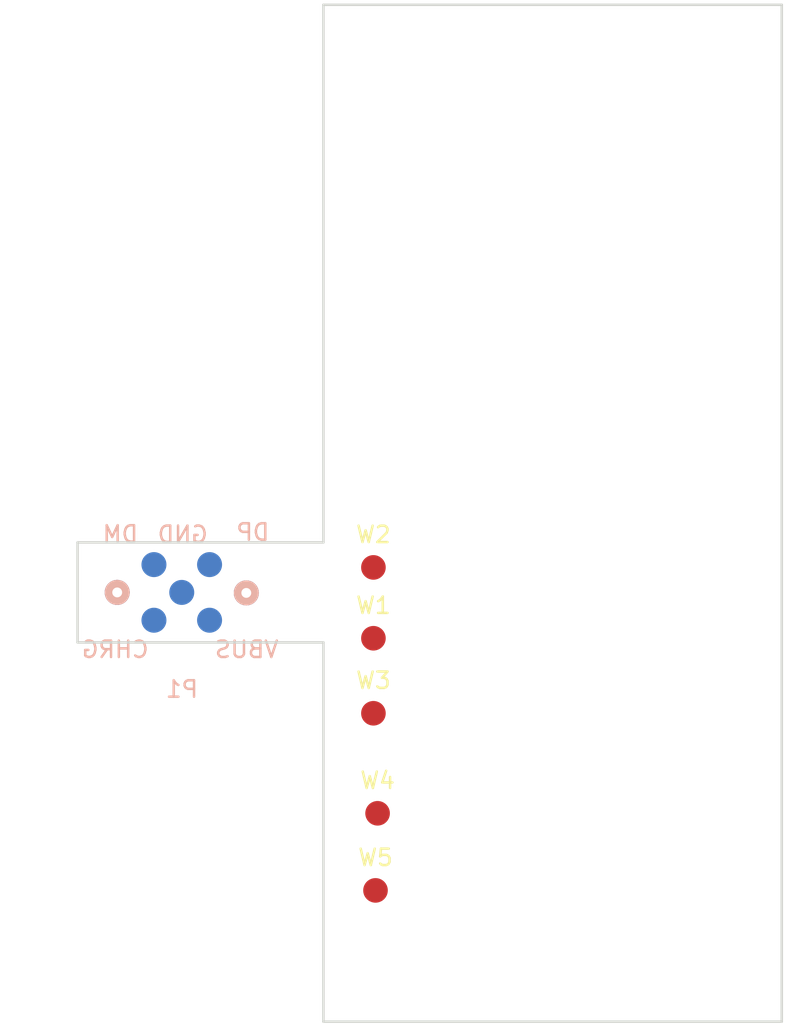
<source format=kicad_pcb>
(kicad_pcb (version 4) (host pcbnew 4.0.2-4+6225~38~ubuntu15.10.1-stable)

  (general
    (links 5)
    (no_connects 5)
    (area 0 0 0 0)
    (thickness 1.6)
    (drawings 216)
    (tracks 0)
    (zones 0)
    (modules 6)
    (nets 6)
  )

  (page A4)
  (layers
    (0 F.Cu signal)
    (31 B.Cu signal)
    (32 B.Adhes user)
    (33 F.Adhes user)
    (34 B.Paste user)
    (35 F.Paste user)
    (36 B.SilkS user)
    (37 F.SilkS user)
    (38 B.Mask user)
    (39 F.Mask user)
    (40 Dwgs.User user)
    (41 Cmts.User user)
    (42 Eco1.User user)
    (43 Eco2.User user)
    (44 Edge.Cuts user)
    (45 Margin user)
    (46 B.CrtYd user)
    (47 F.CrtYd user)
    (48 B.Fab user)
    (49 F.Fab user)
  )

  (setup
    (last_trace_width 0.25)
    (trace_clearance 0.2)
    (zone_clearance 0.508)
    (zone_45_only no)
    (trace_min 0.2)
    (segment_width 0.2)
    (edge_width 0.15)
    (via_size 0.6)
    (via_drill 0.4)
    (via_min_size 0.4)
    (via_min_drill 0.3)
    (uvia_size 0.3)
    (uvia_drill 0.1)
    (uvias_allowed no)
    (uvia_min_size 0.2)
    (uvia_min_drill 0.1)
    (pcb_text_width 0.3)
    (pcb_text_size 1.5 1.5)
    (mod_edge_width 0.15)
    (mod_text_size 1 1)
    (mod_text_width 0.15)
    (pad_size 1.524 1.524)
    (pad_drill 0.762)
    (pad_to_mask_clearance 0.2)
    (aux_axis_origin 0 0)
    (visible_elements FFFFFF7F)
    (pcbplotparams
      (layerselection 0x00030_80000001)
      (usegerberextensions false)
      (excludeedgelayer true)
      (linewidth 0.100000)
      (plotframeref false)
      (viasonmask false)
      (mode 1)
      (useauxorigin false)
      (hpglpennumber 1)
      (hpglpenspeed 20)
      (hpglpendiameter 15)
      (hpglpenoverlay 2)
      (psnegative false)
      (psa4output false)
      (plotreference true)
      (plotvalue true)
      (plotinvisibletext false)
      (padsonsilk false)
      (subtractmaskfromsilk false)
      (outputformat 1)
      (mirror false)
      (drillshape 1)
      (scaleselection 1)
      (outputdirectory ""))
  )

  (net 0 "")
  (net 1 "Net-(P1-Pad5)")
  (net 2 "Net-(P1-Pad4)")
  (net 3 "Net-(P1-Pad2)")
  (net 4 "Net-(P1-Pad3)")
  (net 5 "Net-(P1-Pad1)")

  (net_class Default "This is the default net class."
    (clearance 0.2)
    (trace_width 0.25)
    (via_dia 0.6)
    (via_drill 0.4)
    (uvia_dia 0.3)
    (uvia_drill 0.1)
    (add_net "Net-(P1-Pad1)")
    (add_net "Net-(P1-Pad2)")
    (add_net "Net-(P1-Pad3)")
    (add_net "Net-(P1-Pad4)")
    (add_net "Net-(P1-Pad5)")
  )

  (module fairphone:fp2_p5_connector (layer B.Cu) (tedit 55E7E5D4) (tstamp 57199751)
    (at 139.954 78.74)
    (path /5719958B)
    (fp_text reference P1 (at 0.01 5.9) (layer B.SilkS)
      (effects (font (size 1 1) (thickness 0.15)) (justify mirror))
    )
    (fp_text value FP2-MODULE_5-CONNECTOR (at -0.05 4.89) (layer B.Fab)
      (effects (font (size 1 1) (thickness 0.15)) (justify mirror))
    )
    (fp_text user DM (at -3.74 -3.55) (layer B.SilkS)
      (effects (font (size 1 1) (thickness 0.15)) (justify mirror))
    )
    (fp_text user DP (at 4.33 -3.67) (layer B.SilkS)
      (effects (font (size 1 1) (thickness 0.15)) (justify mirror))
    )
    (fp_text user GND (at 0.06 -3.53) (layer B.SilkS)
      (effects (font (size 1 1) (thickness 0.15)) (justify mirror))
    )
    (fp_text user CHRG (at -4.05 3.48) (layer B.SilkS)
      (effects (font (size 1 1) (thickness 0.15)) (justify mirror))
    )
    (fp_text user VBUS (at 3.96 3.48) (layer B.SilkS)
      (effects (font (size 1 1) (thickness 0.15)) (justify mirror))
    )
    (pad 5 smd oval (at -1.695 -1.695) (size 1.524 1.524) (layers B.Cu B.Paste B.Mask)
      (net 1 "Net-(P1-Pad5)"))
    (pad 4 smd oval (at 1.695 -1.695) (size 1.524 1.524) (layers B.Cu B.Paste B.Mask)
      (net 2 "Net-(P1-Pad4)"))
    (pad 2 smd oval (at -1.695 1.695) (size 1.524 1.524) (layers B.Cu B.Paste B.Mask)
      (net 3 "Net-(P1-Pad2)"))
    (pad 3 smd oval (at 0 0) (size 1.524 1.524) (layers B.Cu B.Paste B.Mask)
      (net 4 "Net-(P1-Pad3)"))
    (pad 1 smd oval (at 1.695 1.695) (size 1.524 1.524) (layers B.Cu B.Paste B.Mask)
      (net 5 "Net-(P1-Pad1)"))
    (pad "" thru_hole circle (at -3.935 0) (size 1.524 1.524) (drill 0.6) (layers *.Cu *.Mask B.SilkS))
    (pad "" thru_hole circle (at 3.935 0.03) (size 1.524 1.524) (drill 0.6) (layers *.Cu *.Mask B.SilkS))
  )

  (module Measurement_Points:Measurement_Point_Round-SMD-Pad_Small (layer F.Cu) (tedit 56C35ED0) (tstamp 57199C03)
    (at 151.638 81.534)
    (descr "Mesurement Point, Round, SMD Pad, DM 1.5mm,")
    (tags "Mesurement Point Round SMD Pad 1.5mm")
    (path /571995B8)
    (attr virtual)
    (fp_text reference W1 (at 0 -2) (layer F.SilkS)
      (effects (font (size 1 1) (thickness 0.15)))
    )
    (fp_text value VBUS (at 0 2) (layer F.Fab)
      (effects (font (size 1 1) (thickness 0.15)))
    )
    (fp_circle (center 0 0) (end 1 0) (layer F.CrtYd) (width 0.05))
    (pad 1 smd circle (at 0 0) (size 1.5 1.5) (layers F.Cu F.Mask)
      (net 5 "Net-(P1-Pad1)"))
  )

  (module Measurement_Points:Measurement_Point_Round-SMD-Pad_Small (layer F.Cu) (tedit 56C35ED0) (tstamp 57199C07)
    (at 151.638 77.216)
    (descr "Mesurement Point, Round, SMD Pad, DM 1.5mm,")
    (tags "Mesurement Point Round SMD Pad 1.5mm")
    (path /57199659)
    (attr virtual)
    (fp_text reference W2 (at 0 -2) (layer F.SilkS)
      (effects (font (size 1 1) (thickness 0.15)))
    )
    (fp_text value CHRG (at 0 2) (layer F.Fab)
      (effects (font (size 1 1) (thickness 0.15)))
    )
    (fp_circle (center 0 0) (end 1 0) (layer F.CrtYd) (width 0.05))
    (pad 1 smd circle (at 0 0) (size 1.5 1.5) (layers F.Cu F.Mask)
      (net 3 "Net-(P1-Pad2)"))
  )

  (module Measurement_Points:Measurement_Point_Round-SMD-Pad_Small (layer F.Cu) (tedit 56C35ED0) (tstamp 57199C0B)
    (at 151.638 86.106)
    (descr "Mesurement Point, Round, SMD Pad, DM 1.5mm,")
    (tags "Mesurement Point Round SMD Pad 1.5mm")
    (path /571996D9)
    (attr virtual)
    (fp_text reference W3 (at 0 -2) (layer F.SilkS)
      (effects (font (size 1 1) (thickness 0.15)))
    )
    (fp_text value GND (at 0 2) (layer F.Fab)
      (effects (font (size 1 1) (thickness 0.15)))
    )
    (fp_circle (center 0 0) (end 1 0) (layer F.CrtYd) (width 0.05))
    (pad 1 smd circle (at 0 0) (size 1.5 1.5) (layers F.Cu F.Mask)
      (net 4 "Net-(P1-Pad3)"))
  )

  (module Measurement_Points:Measurement_Point_Round-SMD-Pad_Small (layer F.Cu) (tedit 56C35ED0) (tstamp 57199C0F)
    (at 151.892 92.202)
    (descr "Mesurement Point, Round, SMD Pad, DM 1.5mm,")
    (tags "Mesurement Point Round SMD Pad 1.5mm")
    (path /57199705)
    (attr virtual)
    (fp_text reference W4 (at 0 -2) (layer F.SilkS)
      (effects (font (size 1 1) (thickness 0.15)))
    )
    (fp_text value DP (at 0 2) (layer F.Fab)
      (effects (font (size 1 1) (thickness 0.15)))
    )
    (fp_circle (center 0 0) (end 1 0) (layer F.CrtYd) (width 0.05))
    (pad 1 smd circle (at 0 0) (size 1.5 1.5) (layers F.Cu F.Mask)
      (net 2 "Net-(P1-Pad4)"))
  )

  (module Measurement_Points:Measurement_Point_Round-SMD-Pad_Small (layer F.Cu) (tedit 56C35ED0) (tstamp 57199C13)
    (at 151.765 96.901)
    (descr "Mesurement Point, Round, SMD Pad, DM 1.5mm,")
    (tags "Mesurement Point Round SMD Pad 1.5mm")
    (path /5719972E)
    (attr virtual)
    (fp_text reference W5 (at 0 -2) (layer F.SilkS)
      (effects (font (size 1 1) (thickness 0.15)))
    )
    (fp_text value DM (at 0 2) (layer F.Fab)
      (effects (font (size 1 1) (thickness 0.15)))
    )
    (fp_circle (center 0 0) (end 1 0) (layer F.CrtYd) (width 0.05))
    (pad 1 smd circle (at 0 0) (size 1.5 1.5) (layers F.Cu F.Mask)
      (net 1 "Net-(P1-Pad5)"))
  )

  (gr_line (start 133.604 75.692) (end 148.59 75.692) (angle 90) (layer Edge.Cuts) (width 0.15))
  (gr_line (start 133.604 81.788) (end 133.604 75.692) (angle 90) (layer Edge.Cuts) (width 0.15))
  (gr_line (start 148.59 81.788) (end 133.604 81.788) (angle 90) (layer Edge.Cuts) (width 0.15))
  (gr_line (start 148.59 104.902) (end 148.59 81.788) (angle 90) (layer Edge.Cuts) (width 0.15))
  (gr_line (start 176.53 104.902) (end 148.59 104.902) (angle 90) (layer Edge.Cuts) (width 0.15))
  (gr_line (start 176.53 42.926) (end 176.53 104.902) (angle 90) (layer Edge.Cuts) (width 0.15))
  (gr_line (start 148.59 42.926) (end 176.53 42.926) (angle 90) (layer Edge.Cuts) (width 0.15))
  (gr_line (start 148.59 75.692) (end 148.59 42.926) (angle 90) (layer Edge.Cuts) (width 0.15))
  (gr_line (start 143.8011 79.8436) (end 143.73831 79.8416) (layer Dwgs.User) (width 0.1))
  (gr_line (start 143.86389 79.8416) (end 143.8011 79.8436) (layer Dwgs.User) (width 0.1))
  (gr_line (start 143.92644 79.8357) (end 143.86389 79.8416) (layer Dwgs.User) (width 0.1))
  (gr_line (start 143.9885 79.8259) (end 143.92644 79.8357) (layer Dwgs.User) (width 0.1))
  (gr_line (start 144.04979 79.8122) (end 143.9885 79.8259) (layer Dwgs.User) (width 0.1))
  (gr_line (start 144.11012 79.7947) (end 144.04979 79.8122) (layer Dwgs.User) (width 0.1))
  (gr_line (start 144.16924 79.7734) (end 144.11012 79.7947) (layer Dwgs.User) (width 0.1))
  (gr_line (start 144.22688 79.7484) (end 144.16924 79.7734) (layer Dwgs.User) (width 0.1))
  (gr_line (start 144.28287 79.7199) (end 144.22688 79.7484) (layer Dwgs.User) (width 0.1))
  (gr_line (start 144.33693 79.6879) (end 144.28287 79.7199) (layer Dwgs.User) (width 0.1))
  (gr_line (start 144.38889 79.6526) (end 144.33693 79.6879) (layer Dwgs.User) (width 0.1))
  (gr_line (start 144.43854 79.6141) (end 144.38889 79.6526) (layer Dwgs.User) (width 0.1))
  (gr_line (start 144.48566 79.5726) (end 144.43854 79.6141) (layer Dwgs.User) (width 0.1))
  (gr_line (start 144.53008 79.5282) (end 144.48566 79.5726) (layer Dwgs.User) (width 0.1))
  (gr_line (start 144.57163 79.481) (end 144.53008 79.5282) (layer Dwgs.User) (width 0.1))
  (gr_line (start 144.61012 79.4314) (end 144.57163 79.481) (layer Dwgs.User) (width 0.1))
  (gr_line (start 144.64543 79.3794) (end 144.61012 79.4314) (layer Dwgs.User) (width 0.1))
  (gr_line (start 144.67742 79.3254) (end 144.64543 79.3794) (layer Dwgs.User) (width 0.1))
  (gr_line (start 144.70593 79.2694) (end 144.67742 79.3254) (layer Dwgs.User) (width 0.1))
  (gr_line (start 144.73088 79.2117) (end 144.70593 79.2694) (layer Dwgs.User) (width 0.1))
  (gr_line (start 144.75217 79.1526) (end 144.73088 79.2117) (layer Dwgs.User) (width 0.1))
  (gr_line (start 144.76969 79.0923) (end 144.75217 79.1526) (layer Dwgs.User) (width 0.1))
  (gr_line (start 144.78339 79.031) (end 144.76969 79.0923) (layer Dwgs.User) (width 0.1))
  (gr_line (start 144.79323 78.9689) (end 144.78339 79.031) (layer Dwgs.User) (width 0.1))
  (gr_line (start 144.79913 78.9064) (end 144.79323 78.9689) (layer Dwgs.User) (width 0.1))
  (gr_line (start 144.8011 78.8436) (end 144.79913 78.9064) (layer Dwgs.User) (width 0.1))
  (gr_line (start 144.79913 78.7808) (end 144.8011 78.8436) (layer Dwgs.User) (width 0.1))
  (gr_line (start 144.79323 78.7183) (end 144.79913 78.7808) (layer Dwgs.User) (width 0.1))
  (gr_line (start 144.78339 78.6562) (end 144.79323 78.7183) (layer Dwgs.User) (width 0.1))
  (gr_line (start 144.76969 78.5949) (end 144.78339 78.6562) (layer Dwgs.User) (width 0.1))
  (gr_line (start 144.75217 78.5346) (end 144.76969 78.5949) (layer Dwgs.User) (width 0.1))
  (gr_line (start 144.73088 78.4755) (end 144.75217 78.5346) (layer Dwgs.User) (width 0.1))
  (gr_line (start 144.70593 78.4178) (end 144.73088 78.4755) (layer Dwgs.User) (width 0.1))
  (gr_line (start 144.67742 78.3618) (end 144.70593 78.4178) (layer Dwgs.User) (width 0.1))
  (gr_line (start 144.64543 78.3078) (end 144.67742 78.3618) (layer Dwgs.User) (width 0.1))
  (gr_line (start 144.61012 78.2558) (end 144.64543 78.3078) (layer Dwgs.User) (width 0.1))
  (gr_line (start 144.57163 78.2062) (end 144.61012 78.2558) (layer Dwgs.User) (width 0.1))
  (gr_line (start 144.53008 78.1591) (end 144.57163 78.2062) (layer Dwgs.User) (width 0.1))
  (gr_line (start 144.48566 78.1146) (end 144.53008 78.1591) (layer Dwgs.User) (width 0.1))
  (gr_line (start 144.43854 78.0731) (end 144.48566 78.1146) (layer Dwgs.User) (width 0.1))
  (gr_line (start 144.38889 78.0346) (end 144.43854 78.0731) (layer Dwgs.User) (width 0.1))
  (gr_line (start 144.33693 77.9993) (end 144.38889 78.0346) (layer Dwgs.User) (width 0.1))
  (gr_line (start 144.28287 77.9673) (end 144.33693 77.9993) (layer Dwgs.User) (width 0.1))
  (gr_line (start 144.22688 77.9388) (end 144.28287 77.9673) (layer Dwgs.User) (width 0.1))
  (gr_line (start 144.16924 77.9138) (end 144.22688 77.9388) (layer Dwgs.User) (width 0.1))
  (gr_line (start 144.11012 77.8925) (end 144.16924 77.9138) (layer Dwgs.User) (width 0.1))
  (gr_line (start 144.04979 77.875) (end 144.11012 77.8925) (layer Dwgs.User) (width 0.1))
  (gr_line (start 143.9885 77.8613) (end 144.04979 77.875) (layer Dwgs.User) (width 0.1))
  (gr_line (start 143.92644 77.8515) (end 143.9885 77.8613) (layer Dwgs.User) (width 0.1))
  (gr_line (start 143.86389 77.8456) (end 143.92644 77.8515) (layer Dwgs.User) (width 0.1))
  (gr_line (start 143.8011 77.8436) (end 143.86389 77.8456) (layer Dwgs.User) (width 0.1))
  (gr_line (start 143.73831 77.8456) (end 143.8011 77.8436) (layer Dwgs.User) (width 0.1))
  (gr_line (start 143.67577 77.8515) (end 143.73831 77.8456) (layer Dwgs.User) (width 0.1))
  (gr_line (start 143.61373 77.8613) (end 143.67577 77.8515) (layer Dwgs.User) (width 0.1))
  (gr_line (start 143.55242 77.875) (end 143.61373 77.8613) (layer Dwgs.User) (width 0.1))
  (gr_line (start 143.4921 77.8925) (end 143.55242 77.875) (layer Dwgs.User) (width 0.1))
  (gr_line (start 143.43298 77.9138) (end 143.4921 77.8925) (layer Dwgs.User) (width 0.1))
  (gr_line (start 143.37532 77.9388) (end 143.43298 77.9138) (layer Dwgs.User) (width 0.1))
  (gr_line (start 143.31935 77.9673) (end 143.37532 77.9388) (layer Dwgs.User) (width 0.1))
  (gr_line (start 143.26528 77.9993) (end 143.31935 77.9673) (layer Dwgs.User) (width 0.1))
  (gr_line (start 143.21332 78.0346) (end 143.26528 77.9993) (layer Dwgs.User) (width 0.1))
  (gr_line (start 143.16368 78.0731) (end 143.21332 78.0346) (layer Dwgs.User) (width 0.1))
  (gr_line (start 143.11656 78.1146) (end 143.16368 78.0731) (layer Dwgs.User) (width 0.1))
  (gr_line (start 143.07214 78.1591) (end 143.11656 78.1146) (layer Dwgs.User) (width 0.1))
  (gr_line (start 143.0306 78.2062) (end 143.07214 78.1591) (layer Dwgs.User) (width 0.1))
  (gr_line (start 142.9921 78.2558) (end 143.0306 78.2062) (layer Dwgs.User) (width 0.1))
  (gr_line (start 142.95677 78.3078) (end 142.9921 78.2558) (layer Dwgs.User) (width 0.1))
  (gr_line (start 142.92481 78.3618) (end 142.95677 78.3078) (layer Dwgs.User) (width 0.1))
  (gr_line (start 142.89629 78.4178) (end 142.92481 78.3618) (layer Dwgs.User) (width 0.1))
  (gr_line (start 142.87132 78.4755) (end 142.89629 78.4178) (layer Dwgs.User) (width 0.1))
  (gr_line (start 142.85005 78.5346) (end 142.87132 78.4755) (layer Dwgs.User) (width 0.1))
  (gr_line (start 142.83252 78.5949) (end 142.85005 78.5346) (layer Dwgs.User) (width 0.1))
  (gr_line (start 142.81882 78.6562) (end 142.83252 78.5949) (layer Dwgs.User) (width 0.1))
  (gr_line (start 142.80899 78.7183) (end 142.81882 78.6562) (layer Dwgs.User) (width 0.1))
  (gr_line (start 142.80309 78.7808) (end 142.80899 78.7183) (layer Dwgs.User) (width 0.1))
  (gr_line (start 142.8011 78.8436) (end 142.80309 78.7808) (layer Dwgs.User) (width 0.1))
  (gr_line (start 142.80309 78.9064) (end 142.8011 78.8436) (layer Dwgs.User) (width 0.1))
  (gr_line (start 142.80899 78.9689) (end 142.80309 78.9064) (layer Dwgs.User) (width 0.1))
  (gr_line (start 142.81882 79.031) (end 142.80899 78.9689) (layer Dwgs.User) (width 0.1))
  (gr_line (start 142.83252 79.0923) (end 142.81882 79.031) (layer Dwgs.User) (width 0.1))
  (gr_line (start 142.85005 79.1526) (end 142.83252 79.0923) (layer Dwgs.User) (width 0.1))
  (gr_line (start 142.87132 79.2117) (end 142.85005 79.1526) (layer Dwgs.User) (width 0.1))
  (gr_line (start 142.89629 79.2694) (end 142.87132 79.2117) (layer Dwgs.User) (width 0.1))
  (gr_line (start 142.92481 79.3254) (end 142.89629 79.2694) (layer Dwgs.User) (width 0.1))
  (gr_line (start 142.95677 79.3794) (end 142.92481 79.3254) (layer Dwgs.User) (width 0.1))
  (gr_line (start 142.9921 79.4314) (end 142.95677 79.3794) (layer Dwgs.User) (width 0.1))
  (gr_line (start 143.0306 79.481) (end 142.9921 79.4314) (layer Dwgs.User) (width 0.1))
  (gr_line (start 143.07214 79.5282) (end 143.0306 79.481) (layer Dwgs.User) (width 0.1))
  (gr_line (start 143.11656 79.5726) (end 143.07214 79.5282) (layer Dwgs.User) (width 0.1))
  (gr_line (start 143.16368 79.6141) (end 143.11656 79.5726) (layer Dwgs.User) (width 0.1))
  (gr_line (start 143.21332 79.6526) (end 143.16368 79.6141) (layer Dwgs.User) (width 0.1))
  (gr_line (start 143.26528 79.6879) (end 143.21332 79.6526) (layer Dwgs.User) (width 0.1))
  (gr_line (start 143.31935 79.7199) (end 143.26528 79.6879) (layer Dwgs.User) (width 0.1))
  (gr_line (start 143.37532 79.7484) (end 143.31935 79.7199) (layer Dwgs.User) (width 0.1))
  (gr_line (start 143.43298 79.7734) (end 143.37532 79.7484) (layer Dwgs.User) (width 0.1))
  (gr_line (start 143.4921 79.7947) (end 143.43298 79.7734) (layer Dwgs.User) (width 0.1))
  (gr_line (start 143.55242 79.8122) (end 143.4921 79.7947) (layer Dwgs.User) (width 0.1))
  (gr_line (start 143.61373 79.8259) (end 143.55242 79.8122) (layer Dwgs.User) (width 0.1))
  (gr_line (start 143.67577 79.8357) (end 143.61373 79.8259) (layer Dwgs.User) (width 0.1))
  (gr_line (start 143.73831 79.8416) (end 143.67577 79.8357) (layer Dwgs.User) (width 0.1))
  (gr_line (start 135.9011 79.8436) (end 135.8383 79.8416) (layer Dwgs.User) (width 0.1))
  (gr_line (start 135.9639 79.8416) (end 135.9011 79.8436) (layer Dwgs.User) (width 0.1))
  (gr_line (start 136.0264 79.8357) (end 135.9639 79.8416) (layer Dwgs.User) (width 0.1))
  (gr_line (start 136.0885 79.8259) (end 136.0264 79.8357) (layer Dwgs.User) (width 0.1))
  (gr_line (start 136.1498 79.8122) (end 136.0885 79.8259) (layer Dwgs.User) (width 0.1))
  (gr_line (start 136.2101 79.7947) (end 136.1498 79.8122) (layer Dwgs.User) (width 0.1))
  (gr_line (start 136.2692 79.7734) (end 136.2101 79.7947) (layer Dwgs.User) (width 0.1))
  (gr_line (start 136.3269 79.7484) (end 136.2692 79.7734) (layer Dwgs.User) (width 0.1))
  (gr_line (start 136.3829 79.7199) (end 136.3269 79.7484) (layer Dwgs.User) (width 0.1))
  (gr_line (start 136.4369 79.6879) (end 136.3829 79.7199) (layer Dwgs.User) (width 0.1))
  (gr_line (start 136.4889 79.6526) (end 136.4369 79.6879) (layer Dwgs.User) (width 0.1))
  (gr_line (start 136.5385 79.6141) (end 136.4889 79.6526) (layer Dwgs.User) (width 0.1))
  (gr_line (start 136.5856 79.5726) (end 136.5385 79.6141) (layer Dwgs.User) (width 0.1))
  (gr_line (start 136.6301 79.5282) (end 136.5856 79.5726) (layer Dwgs.User) (width 0.1))
  (gr_line (start 136.6716 79.481) (end 136.6301 79.5282) (layer Dwgs.User) (width 0.1))
  (gr_line (start 136.7101 79.4314) (end 136.6716 79.481) (layer Dwgs.User) (width 0.1))
  (gr_line (start 136.7454 79.3794) (end 136.7101 79.4314) (layer Dwgs.User) (width 0.1))
  (gr_line (start 136.7774 79.3254) (end 136.7454 79.3794) (layer Dwgs.User) (width 0.1))
  (gr_line (start 136.8059 79.2694) (end 136.7774 79.3254) (layer Dwgs.User) (width 0.1))
  (gr_line (start 136.8309 79.2117) (end 136.8059 79.2694) (layer Dwgs.User) (width 0.1))
  (gr_line (start 136.8522 79.1526) (end 136.8309 79.2117) (layer Dwgs.User) (width 0.1))
  (gr_line (start 136.8697 79.0923) (end 136.8522 79.1526) (layer Dwgs.User) (width 0.1))
  (gr_line (start 136.8834 79.031) (end 136.8697 79.0923) (layer Dwgs.User) (width 0.1))
  (gr_line (start 136.8932 78.9689) (end 136.8834 79.031) (layer Dwgs.User) (width 0.1))
  (gr_line (start 136.8991 78.9064) (end 136.8932 78.9689) (layer Dwgs.User) (width 0.1))
  (gr_line (start 136.9011 78.8436) (end 136.8991 78.9064) (layer Dwgs.User) (width 0.1))
  (gr_line (start 136.8991 78.7808) (end 136.9011 78.8436) (layer Dwgs.User) (width 0.1))
  (gr_line (start 136.8932 78.7183) (end 136.8991 78.7808) (layer Dwgs.User) (width 0.1))
  (gr_line (start 136.8834 78.6562) (end 136.8932 78.7183) (layer Dwgs.User) (width 0.1))
  (gr_line (start 136.8697 78.5949) (end 136.8834 78.6562) (layer Dwgs.User) (width 0.1))
  (gr_line (start 136.8522 78.5346) (end 136.8697 78.5949) (layer Dwgs.User) (width 0.1))
  (gr_line (start 136.8309 78.4755) (end 136.8522 78.5346) (layer Dwgs.User) (width 0.1))
  (gr_line (start 136.8059 78.4178) (end 136.8309 78.4755) (layer Dwgs.User) (width 0.1))
  (gr_line (start 136.7774 78.3618) (end 136.8059 78.4178) (layer Dwgs.User) (width 0.1))
  (gr_line (start 136.7454 78.3078) (end 136.7774 78.3618) (layer Dwgs.User) (width 0.1))
  (gr_line (start 136.7101 78.2558) (end 136.7454 78.3078) (layer Dwgs.User) (width 0.1))
  (gr_line (start 136.6716 78.2062) (end 136.7101 78.2558) (layer Dwgs.User) (width 0.1))
  (gr_line (start 136.6301 78.1591) (end 136.6716 78.2062) (layer Dwgs.User) (width 0.1))
  (gr_line (start 136.5856 78.1146) (end 136.6301 78.1591) (layer Dwgs.User) (width 0.1))
  (gr_line (start 136.5385 78.0731) (end 136.5856 78.1146) (layer Dwgs.User) (width 0.1))
  (gr_line (start 136.4889 78.0346) (end 136.5385 78.0731) (layer Dwgs.User) (width 0.1))
  (gr_line (start 136.4369 77.9993) (end 136.4889 78.0346) (layer Dwgs.User) (width 0.1))
  (gr_line (start 136.3829 77.9673) (end 136.4369 77.9993) (layer Dwgs.User) (width 0.1))
  (gr_line (start 136.3269 77.9388) (end 136.3829 77.9673) (layer Dwgs.User) (width 0.1))
  (gr_line (start 136.2692 77.9138) (end 136.3269 77.9388) (layer Dwgs.User) (width 0.1))
  (gr_line (start 136.2101 77.8925) (end 136.2692 77.9138) (layer Dwgs.User) (width 0.1))
  (gr_line (start 136.1498 77.875) (end 136.2101 77.8925) (layer Dwgs.User) (width 0.1))
  (gr_line (start 136.0885 77.8613) (end 136.1498 77.875) (layer Dwgs.User) (width 0.1))
  (gr_line (start 136.0264 77.8515) (end 136.0885 77.8613) (layer Dwgs.User) (width 0.1))
  (gr_line (start 135.9639 77.8456) (end 136.0264 77.8515) (layer Dwgs.User) (width 0.1))
  (gr_line (start 135.9011 77.8436) (end 135.9639 77.8456) (layer Dwgs.User) (width 0.1))
  (gr_line (start 135.8383 77.8456) (end 135.9011 77.8436) (layer Dwgs.User) (width 0.1))
  (gr_line (start 135.7758 77.8515) (end 135.8383 77.8456) (layer Dwgs.User) (width 0.1))
  (gr_line (start 135.7137 77.8613) (end 135.7758 77.8515) (layer Dwgs.User) (width 0.1))
  (gr_line (start 135.6524 77.875) (end 135.7137 77.8613) (layer Dwgs.User) (width 0.1))
  (gr_line (start 135.5921 77.8925) (end 135.6524 77.875) (layer Dwgs.User) (width 0.1))
  (gr_line (start 135.533 77.9138) (end 135.5921 77.8925) (layer Dwgs.User) (width 0.1))
  (gr_line (start 135.4753 77.9388) (end 135.533 77.9138) (layer Dwgs.User) (width 0.1))
  (gr_line (start 135.4194 77.9673) (end 135.4753 77.9388) (layer Dwgs.User) (width 0.1))
  (gr_line (start 135.3653 77.9993) (end 135.4194 77.9673) (layer Dwgs.User) (width 0.1))
  (gr_line (start 135.3133 78.0346) (end 135.3653 77.9993) (layer Dwgs.User) (width 0.1))
  (gr_line (start 135.2637 78.0731) (end 135.3133 78.0346) (layer Dwgs.User) (width 0.1))
  (gr_line (start 135.2166 78.1146) (end 135.2637 78.0731) (layer Dwgs.User) (width 0.1))
  (gr_line (start 135.1721 78.1591) (end 135.2166 78.1146) (layer Dwgs.User) (width 0.1))
  (gr_line (start 135.1306 78.2062) (end 135.1721 78.1591) (layer Dwgs.User) (width 0.1))
  (gr_line (start 135.0921 78.2558) (end 135.1306 78.2062) (layer Dwgs.User) (width 0.1))
  (gr_line (start 135.0568 78.3078) (end 135.0921 78.2558) (layer Dwgs.User) (width 0.1))
  (gr_line (start 135.0248 78.3618) (end 135.0568 78.3078) (layer Dwgs.User) (width 0.1))
  (gr_line (start 134.9963 78.4178) (end 135.0248 78.3618) (layer Dwgs.User) (width 0.1))
  (gr_line (start 134.9713 78.4755) (end 134.9963 78.4178) (layer Dwgs.User) (width 0.1))
  (gr_line (start 134.95 78.5346) (end 134.9713 78.4755) (layer Dwgs.User) (width 0.1))
  (gr_line (start 134.9325 78.5949) (end 134.95 78.5346) (layer Dwgs.User) (width 0.1))
  (gr_line (start 134.9188 78.6562) (end 134.9325 78.5949) (layer Dwgs.User) (width 0.1))
  (gr_line (start 134.909 78.7183) (end 134.9188 78.6562) (layer Dwgs.User) (width 0.1))
  (gr_line (start 134.9031 78.7808) (end 134.909 78.7183) (layer Dwgs.User) (width 0.1))
  (gr_line (start 134.9011 78.8436) (end 134.9031 78.7808) (layer Dwgs.User) (width 0.1))
  (gr_line (start 134.9031 78.9064) (end 134.9011 78.8436) (layer Dwgs.User) (width 0.1))
  (gr_line (start 134.909 78.9689) (end 134.9031 78.9064) (layer Dwgs.User) (width 0.1))
  (gr_line (start 134.9188 79.031) (end 134.909 78.9689) (layer Dwgs.User) (width 0.1))
  (gr_line (start 134.9325 79.0923) (end 134.9188 79.031) (layer Dwgs.User) (width 0.1))
  (gr_line (start 134.95 79.1526) (end 134.9325 79.0923) (layer Dwgs.User) (width 0.1))
  (gr_line (start 134.9713 79.2117) (end 134.95 79.1526) (layer Dwgs.User) (width 0.1))
  (gr_line (start 134.9963 79.2694) (end 134.9713 79.2117) (layer Dwgs.User) (width 0.1))
  (gr_line (start 135.0248 79.3254) (end 134.9963 79.2694) (layer Dwgs.User) (width 0.1))
  (gr_line (start 135.0568 79.3794) (end 135.0248 79.3254) (layer Dwgs.User) (width 0.1))
  (gr_line (start 135.0921 79.4314) (end 135.0568 79.3794) (layer Dwgs.User) (width 0.1))
  (gr_line (start 135.1306 79.481) (end 135.0921 79.4314) (layer Dwgs.User) (width 0.1))
  (gr_line (start 135.1721 79.5282) (end 135.1306 79.481) (layer Dwgs.User) (width 0.1))
  (gr_line (start 135.2166 79.5726) (end 135.1721 79.5282) (layer Dwgs.User) (width 0.1))
  (gr_line (start 135.2637 79.6141) (end 135.2166 79.5726) (layer Dwgs.User) (width 0.1))
  (gr_line (start 135.3133 79.6526) (end 135.2637 79.6141) (layer Dwgs.User) (width 0.1))
  (gr_line (start 135.3653 79.6879) (end 135.3133 79.6526) (layer Dwgs.User) (width 0.1))
  (gr_line (start 135.4194 79.7199) (end 135.3653 79.6879) (layer Dwgs.User) (width 0.1))
  (gr_line (start 135.4753 79.7484) (end 135.4194 79.7199) (layer Dwgs.User) (width 0.1))
  (gr_line (start 135.533 79.7734) (end 135.4753 79.7484) (layer Dwgs.User) (width 0.1))
  (gr_line (start 135.5921 79.7947) (end 135.533 79.7734) (layer Dwgs.User) (width 0.1))
  (gr_line (start 135.6524 79.8122) (end 135.5921 79.7947) (layer Dwgs.User) (width 0.1))
  (gr_line (start 135.7137 79.8259) (end 135.6524 79.8122) (layer Dwgs.User) (width 0.1))
  (gr_line (start 135.7758 79.8357) (end 135.7137 79.8259) (layer Dwgs.User) (width 0.1))
  (gr_line (start 135.8383 79.8416) (end 135.7758 79.8357) (layer Dwgs.User) (width 0.1))
  (gr_line (start 176.7011 105.0036) (end 176.7011 42.6836) (layer Dwgs.User) (width 0.1))
  (gr_line (start 148.5011 105.0036) (end 176.7011 105.0036) (layer Dwgs.User) (width 0.1))
  (gr_line (start 148.5011 82.0036) (end 148.5011 105.0036) (layer Dwgs.User) (width 0.1))
  (gr_line (start 133.5011 82.0036) (end 148.5011 82.0036) (layer Dwgs.User) (width 0.1))
  (gr_line (start 133.5011 75.6836) (end 133.5011 82.0036) (layer Dwgs.User) (width 0.1))
  (gr_line (start 148.5011 75.6836) (end 133.5011 75.6836) (layer Dwgs.User) (width 0.1))
  (gr_line (start 148.5011 42.6836) (end 148.5011 75.6836) (layer Dwgs.User) (width 0.1))
  (gr_line (start 176.7011 42.6836) (end 148.5011 42.6836) (layer Dwgs.User) (width 0.1))

)

</source>
